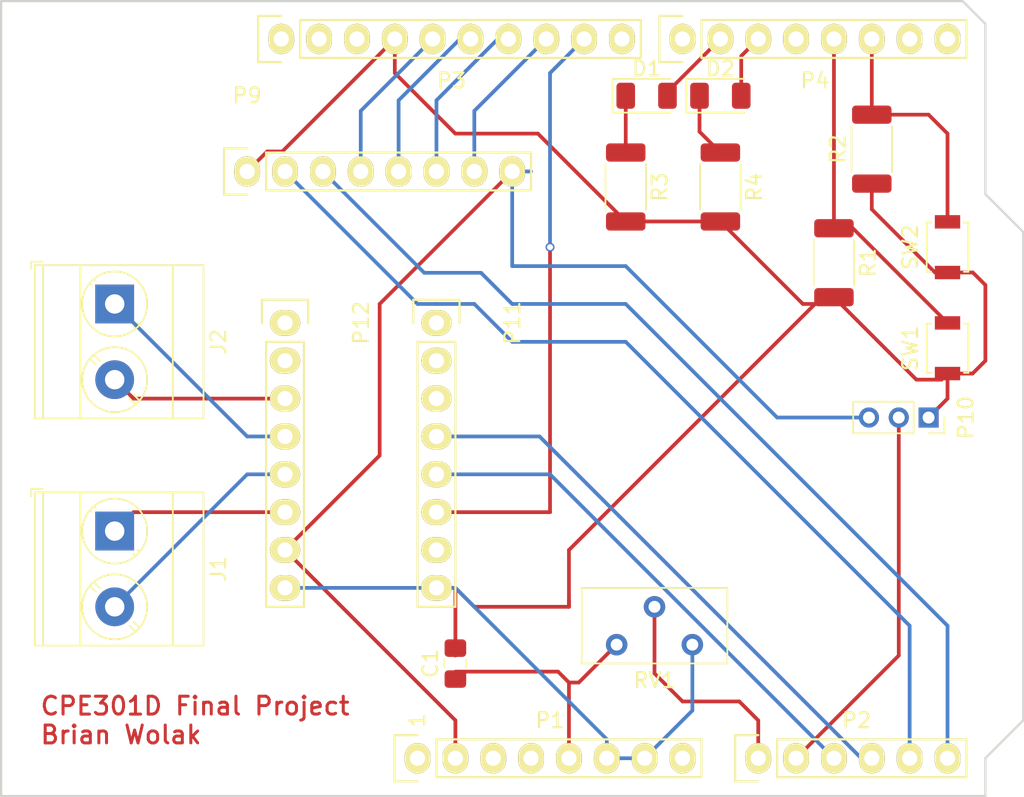
<source format=kicad_pcb>
(kicad_pcb (version 20171130) (host pcbnew "(5.1.9)-1")

  (general
    (thickness 1.6)
    (drawings 11)
    (tracks 125)
    (zones 0)
    (modules 20)
    (nets 43)
  )

  (page A4)
  (title_block
    (title "CPE301D FINAL PROJECT")
    (date "May 5th 2021")
    (company "Brian Wolak")
  )

  (layers
    (0 F.Cu signal)
    (31 B.Cu signal)
    (32 B.Adhes user)
    (33 F.Adhes user)
    (34 B.Paste user)
    (35 F.Paste user)
    (36 B.SilkS user)
    (37 F.SilkS user)
    (38 B.Mask user)
    (39 F.Mask user)
    (40 Dwgs.User user)
    (41 Cmts.User user)
    (42 Eco1.User user)
    (43 Eco2.User user)
    (44 Edge.Cuts user)
    (45 Margin user)
    (46 B.CrtYd user)
    (47 F.CrtYd user)
    (48 B.Fab user)
    (49 F.Fab user)
  )

  (setup
    (last_trace_width 0.25)
    (trace_clearance 0.2)
    (zone_clearance 0.508)
    (zone_45_only no)
    (trace_min 0.2)
    (via_size 0.6)
    (via_drill 0.4)
    (via_min_size 0.4)
    (via_min_drill 0.3)
    (uvia_size 0.3)
    (uvia_drill 0.1)
    (uvias_allowed no)
    (uvia_min_size 0.2)
    (uvia_min_drill 0.1)
    (edge_width 0.15)
    (segment_width 0.15)
    (pcb_text_width 0.3)
    (pcb_text_size 1.5 1.5)
    (mod_edge_width 0.15)
    (mod_text_size 1 1)
    (mod_text_width 0.15)
    (pad_size 4.064 4.064)
    (pad_drill 3.048)
    (pad_to_mask_clearance 0)
    (aux_axis_origin 110.998 126.365)
    (grid_origin 110.998 126.365)
    (visible_elements 7FFFFFFF)
    (pcbplotparams
      (layerselection 0x01030_ffffffff)
      (usegerberextensions false)
      (usegerberattributes true)
      (usegerberadvancedattributes true)
      (creategerberjobfile true)
      (excludeedgelayer true)
      (linewidth 0.100000)
      (plotframeref false)
      (viasonmask false)
      (mode 1)
      (useauxorigin false)
      (hpglpennumber 1)
      (hpglpenspeed 20)
      (hpglpendiameter 15.000000)
      (psnegative false)
      (psa4output false)
      (plotreference true)
      (plotvalue true)
      (plotinvisibletext false)
      (padsonsilk false)
      (subtractmaskfromsilk false)
      (outputformat 1)
      (mirror false)
      (drillshape 0)
      (scaleselection 1)
      (outputdirectory ""))
  )

  (net 0 "")
  (net 1 /Reset)
  (net 2 +5V)
  (net 3 GND)
  (net 4 /Vin)
  (net 5 /AREF)
  (net 6 "Net-(P1-Pad1)")
  (net 7 +3V3)
  (net 8 /PD6)
  (net 9 "Net-(D1-Pad1)")
  (net 10 /PD5)
  (net 11 "Net-(D2-Pad1)")
  (net 12 "Net-(J1-Pad2)")
  (net 13 "Net-(J1-Pad1)")
  (net 14 /Vcc)
  (net 15 /PC0)
  (net 16 /PC1)
  (net 17 /PC2)
  (net 18 /PC3)
  (net 19 /PC4)
  (net 20 /PC5)
  (net 21 /PB5)
  (net 22 /PB4)
  (net 23 /PB3)
  (net 24 /PB2)
  (net 25 /PB1)
  (net 26 /PB0)
  (net 27 /PD7)
  (net 28 /PD4)
  (net 29 /PD3)
  (net 30 /PD2)
  (net 31 "/PD1(RX)")
  (net 32 "/PD0(TX)")
  (net 33 "Net-(P11-Pad7)")
  (net 34 /PD0)
  (net 35 "Net-(P11-Pad2)")
  (net 36 "Net-(P11-Pad1)")
  (net 37 "Net-(P12-Pad2)")
  (net 38 "Net-(P12-Pad1)")
  (net 39 "/PC5(an)")
  (net 40 "/PC4(an)")
  (net 41 "Net-(J2-Pad2)")
  (net 42 "Net-(J2-Pad1)")

  (net_class Default "This is the default net class."
    (clearance 0.2)
    (trace_width 0.25)
    (via_dia 0.6)
    (via_drill 0.4)
    (uvia_dia 0.3)
    (uvia_drill 0.1)
    (add_net +3V3)
    (add_net +5V)
    (add_net /AREF)
    (add_net /PB0)
    (add_net /PB1)
    (add_net /PB2)
    (add_net /PB3)
    (add_net /PB4)
    (add_net /PB5)
    (add_net /PC0)
    (add_net /PC1)
    (add_net /PC2)
    (add_net /PC3)
    (add_net /PC4)
    (add_net "/PC4(an)")
    (add_net /PC5)
    (add_net "/PC5(an)")
    (add_net /PD0)
    (add_net "/PD0(TX)")
    (add_net "/PD1(RX)")
    (add_net /PD2)
    (add_net /PD3)
    (add_net /PD4)
    (add_net /PD5)
    (add_net /PD6)
    (add_net /PD7)
    (add_net /Reset)
    (add_net /Vcc)
    (add_net /Vin)
    (add_net GND)
    (add_net "Net-(D1-Pad1)")
    (add_net "Net-(D2-Pad1)")
    (add_net "Net-(J1-Pad1)")
    (add_net "Net-(J1-Pad2)")
    (add_net "Net-(J2-Pad1)")
    (add_net "Net-(J2-Pad2)")
    (add_net "Net-(P1-Pad1)")
    (add_net "Net-(P11-Pad1)")
    (add_net "Net-(P11-Pad2)")
    (add_net "Net-(P11-Pad7)")
    (add_net "Net-(P12-Pad1)")
    (add_net "Net-(P12-Pad2)")
  )

  (module Potentiometer_THT:Potentiometer_Bourns_3296Y_Vertical (layer F.Cu) (tedit 5A3D4994) (tstamp 609426F6)
    (at 152.298 116.205 180)
    (descr "Potentiometer, vertical, Bourns 3296Y, https://www.bourns.com/pdfs/3296.pdf")
    (tags "Potentiometer vertical Bourns 3296Y")
    (path /60974B4E)
    (fp_text reference RV1 (at -2.54 -2.39) (layer F.SilkS)
      (effects (font (size 1 1) (thickness 0.15)))
    )
    (fp_text value 10K (at -2.54 4.94) (layer F.Fab)
      (effects (font (size 1 1) (thickness 0.15)))
    )
    (fp_line (start 2.5 -1.4) (end -7.6 -1.4) (layer F.CrtYd) (width 0.05))
    (fp_line (start 2.5 3.95) (end 2.5 -1.4) (layer F.CrtYd) (width 0.05))
    (fp_line (start -7.6 3.95) (end 2.5 3.95) (layer F.CrtYd) (width 0.05))
    (fp_line (start -7.6 -1.4) (end -7.6 3.95) (layer F.CrtYd) (width 0.05))
    (fp_line (start 2.345 -1.26) (end 2.345 3.81) (layer F.SilkS) (width 0.12))
    (fp_line (start -7.425 -1.26) (end -7.425 3.81) (layer F.SilkS) (width 0.12))
    (fp_line (start -7.425 3.81) (end 2.345 3.81) (layer F.SilkS) (width 0.12))
    (fp_line (start -7.425 -1.26) (end 2.345 -1.26) (layer F.SilkS) (width 0.12))
    (fp_line (start 0.955 3.505) (end 0.956 1.336) (layer F.Fab) (width 0.1))
    (fp_line (start 0.955 3.505) (end 0.956 1.336) (layer F.Fab) (width 0.1))
    (fp_line (start 2.225 -1.14) (end -7.305 -1.14) (layer F.Fab) (width 0.1))
    (fp_line (start 2.225 3.69) (end 2.225 -1.14) (layer F.Fab) (width 0.1))
    (fp_line (start -7.305 3.69) (end 2.225 3.69) (layer F.Fab) (width 0.1))
    (fp_line (start -7.305 -1.14) (end -7.305 3.69) (layer F.Fab) (width 0.1))
    (fp_circle (center 0.955 2.42) (end 2.05 2.42) (layer F.Fab) (width 0.1))
    (fp_text user %R (at -3.175 1.275) (layer F.Fab)
      (effects (font (size 1 1) (thickness 0.15)))
    )
    (pad 3 thru_hole circle (at -5.08 0 180) (size 1.44 1.44) (drill 0.8) (layers *.Cu *.Mask)
      (net 3 GND))
    (pad 2 thru_hole circle (at -2.54 2.54 180) (size 1.44 1.44) (drill 0.8) (layers *.Cu *.Mask)
      (net 15 /PC0))
    (pad 1 thru_hole circle (at 0 0 180) (size 1.44 1.44) (drill 0.8) (layers *.Cu *.Mask)
      (net 2 +5V))
    (model ${KISYS3DMOD}/Potentiometer_THT.3dshapes/Potentiometer_Bourns_3296Y_Vertical.wrl
      (at (xyz 0 0 0))
      (scale (xyz 1 1 1))
      (rotate (xyz 0 0 0))
    )
  )

  (module Capacitor_SMD:C_0805_2012Metric_Pad1.18x1.45mm_HandSolder (layer F.Cu) (tedit 5F68FEEF) (tstamp 609424E1)
    (at 141.478 117.475 90)
    (descr "Capacitor SMD 0805 (2012 Metric), square (rectangular) end terminal, IPC_7351 nominal with elongated pad for handsoldering. (Body size source: IPC-SM-782 page 76, https://www.pcb-3d.com/wordpress/wp-content/uploads/ipc-sm-782a_amendment_1_and_2.pdf, https://docs.google.com/spreadsheets/d/1BsfQQcO9C6DZCsRaXUlFlo91Tg2WpOkGARC1WS5S8t0/edit?usp=sharing), generated with kicad-footprint-generator")
    (tags "capacitor handsolder")
    (path /6097B77A)
    (attr smd)
    (fp_text reference C1 (at 0 -1.68 90) (layer F.SilkS)
      (effects (font (size 1 1) (thickness 0.15)))
    )
    (fp_text value 0.1uF (at 0 1.68 90) (layer F.Fab)
      (effects (font (size 1 1) (thickness 0.15)))
    )
    (fp_line (start 1.88 0.98) (end -1.88 0.98) (layer F.CrtYd) (width 0.05))
    (fp_line (start 1.88 -0.98) (end 1.88 0.98) (layer F.CrtYd) (width 0.05))
    (fp_line (start -1.88 -0.98) (end 1.88 -0.98) (layer F.CrtYd) (width 0.05))
    (fp_line (start -1.88 0.98) (end -1.88 -0.98) (layer F.CrtYd) (width 0.05))
    (fp_line (start -0.261252 0.735) (end 0.261252 0.735) (layer F.SilkS) (width 0.12))
    (fp_line (start -0.261252 -0.735) (end 0.261252 -0.735) (layer F.SilkS) (width 0.12))
    (fp_line (start 1 0.625) (end -1 0.625) (layer F.Fab) (width 0.1))
    (fp_line (start 1 -0.625) (end 1 0.625) (layer F.Fab) (width 0.1))
    (fp_line (start -1 -0.625) (end 1 -0.625) (layer F.Fab) (width 0.1))
    (fp_line (start -1 0.625) (end -1 -0.625) (layer F.Fab) (width 0.1))
    (fp_text user %R (at 0 0 90) (layer F.Fab)
      (effects (font (size 0.5 0.5) (thickness 0.08)))
    )
    (pad 2 smd roundrect (at 1.0375 0 90) (size 1.175 1.45) (layers F.Cu F.Paste F.Mask) (roundrect_rratio 0.2127659574468085)
      (net 3 GND))
    (pad 1 smd roundrect (at -1.0375 0 90) (size 1.175 1.45) (layers F.Cu F.Paste F.Mask) (roundrect_rratio 0.2127659574468085)
      (net 2 +5V))
    (model ${KISYS3DMOD}/Capacitor_SMD.3dshapes/C_0805_2012Metric.wrl
      (at (xyz 0 0 0))
      (scale (xyz 1 1 1))
      (rotate (xyz 0 0 0))
    )
  )

  (module TerminalBlock_Phoenix:TerminalBlock_Phoenix_MKDS-3-2-5.08_1x02_P5.08mm_Horizontal (layer F.Cu) (tedit 5B294F11) (tstamp 60948646)
    (at 118.618 93.345 270)
    (descr "Terminal Block Phoenix MKDS-3-2-5.08, 2 pins, pitch 5.08mm, size 10.2x11.2mm^2, drill diamater 1.3mm, pad diameter 2.6mm, see http://www.farnell.com/datasheets/2138224.pdf, script-generated using https://github.com/pointhi/kicad-footprint-generator/scripts/TerminalBlock_Phoenix")
    (tags "THT Terminal Block Phoenix MKDS-3-2-5.08 pitch 5.08mm size 10.2x11.2mm^2 drill 1.3mm pad 2.6mm")
    (path /60A2F114)
    (fp_text reference J2 (at 2.54 -6.96 90) (layer F.SilkS)
      (effects (font (size 1 1) (thickness 0.15)))
    )
    (fp_text value Screw_Terminal_01x02 (at 2.54 6.36 90) (layer F.Fab)
      (effects (font (size 1 1) (thickness 0.15)))
    )
    (fp_line (start 8.13 -6.4) (end -3.04 -6.4) (layer F.CrtYd) (width 0.05))
    (fp_line (start 8.13 5.8) (end 8.13 -6.4) (layer F.CrtYd) (width 0.05))
    (fp_line (start -3.04 5.8) (end 8.13 5.8) (layer F.CrtYd) (width 0.05))
    (fp_line (start -3.04 -6.4) (end -3.04 5.8) (layer F.CrtYd) (width 0.05))
    (fp_line (start -2.84 5.6) (end -2.34 5.6) (layer F.SilkS) (width 0.12))
    (fp_line (start -2.84 4.86) (end -2.84 5.6) (layer F.SilkS) (width 0.12))
    (fp_line (start 3.822 0.992) (end 3.427 1.388) (layer F.SilkS) (width 0.12))
    (fp_line (start 6.468 -1.654) (end 6.088 -1.274) (layer F.SilkS) (width 0.12))
    (fp_line (start 4.073 1.274) (end 3.693 1.654) (layer F.SilkS) (width 0.12))
    (fp_line (start 6.734 -1.388) (end 6.339 -0.992) (layer F.SilkS) (width 0.12))
    (fp_line (start 6.353 -1.517) (end 3.564 1.273) (layer F.Fab) (width 0.1))
    (fp_line (start 6.597 -1.273) (end 3.808 1.517) (layer F.Fab) (width 0.1))
    (fp_line (start -1.548 1.281) (end -1.654 1.388) (layer F.SilkS) (width 0.12))
    (fp_line (start 1.388 -1.654) (end 1.281 -1.547) (layer F.SilkS) (width 0.12))
    (fp_line (start -1.282 1.547) (end -1.388 1.654) (layer F.SilkS) (width 0.12))
    (fp_line (start 1.654 -1.388) (end 1.547 -1.281) (layer F.SilkS) (width 0.12))
    (fp_line (start 1.273 -1.517) (end -1.517 1.273) (layer F.Fab) (width 0.1))
    (fp_line (start 1.517 -1.273) (end -1.273 1.517) (layer F.Fab) (width 0.1))
    (fp_line (start 7.68 -5.96) (end 7.68 5.36) (layer F.SilkS) (width 0.12))
    (fp_line (start -2.6 -5.96) (end -2.6 5.36) (layer F.SilkS) (width 0.12))
    (fp_line (start -2.6 5.36) (end 7.68 5.36) (layer F.SilkS) (width 0.12))
    (fp_line (start -2.6 -5.96) (end 7.68 -5.96) (layer F.SilkS) (width 0.12))
    (fp_line (start -2.6 -3.9) (end 7.68 -3.9) (layer F.SilkS) (width 0.12))
    (fp_line (start -2.54 -3.9) (end 7.62 -3.9) (layer F.Fab) (width 0.1))
    (fp_line (start -2.6 2.3) (end 7.68 2.3) (layer F.SilkS) (width 0.12))
    (fp_line (start -2.54 2.3) (end 7.62 2.3) (layer F.Fab) (width 0.1))
    (fp_line (start -2.6 4.8) (end 7.68 4.8) (layer F.SilkS) (width 0.12))
    (fp_line (start -2.54 4.8) (end 7.62 4.8) (layer F.Fab) (width 0.1))
    (fp_line (start -2.54 4.8) (end -2.54 -5.9) (layer F.Fab) (width 0.1))
    (fp_line (start -2.04 5.3) (end -2.54 4.8) (layer F.Fab) (width 0.1))
    (fp_line (start 7.62 5.3) (end -2.04 5.3) (layer F.Fab) (width 0.1))
    (fp_line (start 7.62 -5.9) (end 7.62 5.3) (layer F.Fab) (width 0.1))
    (fp_line (start -2.54 -5.9) (end 7.62 -5.9) (layer F.Fab) (width 0.1))
    (fp_circle (center 5.08 0) (end 7.26 0) (layer F.SilkS) (width 0.12))
    (fp_circle (center 5.08 0) (end 7.08 0) (layer F.Fab) (width 0.1))
    (fp_circle (center 0 0) (end 2.18 0) (layer F.SilkS) (width 0.12))
    (fp_circle (center 0 0) (end 2 0) (layer F.Fab) (width 0.1))
    (fp_text user %R (at 2.54 3.1 90) (layer F.Fab)
      (effects (font (size 1 1) (thickness 0.15)))
    )
    (pad 2 thru_hole circle (at 5.08 0 270) (size 2.6 2.6) (drill 1.3) (layers *.Cu *.Mask)
      (net 41 "Net-(J2-Pad2)"))
    (pad 1 thru_hole rect (at 0 0 270) (size 2.6 2.6) (drill 1.3) (layers *.Cu *.Mask)
      (net 42 "Net-(J2-Pad1)"))
    (model ${KISYS3DMOD}/TerminalBlock_Phoenix.3dshapes/TerminalBlock_Phoenix_MKDS-3-2-5.08_1x02_P5.08mm_Horizontal.wrl
      (at (xyz 0 0 0))
      (scale (xyz 1 1 1))
      (rotate (xyz 0 0 0))
    )
  )

  (module TerminalBlock_Phoenix:TerminalBlock_Phoenix_MKDS-3-2-5.08_1x02_P5.08mm_Horizontal (layer F.Cu) (tedit 5B294F11) (tstamp 6094861A)
    (at 118.618 108.585 270)
    (descr "Terminal Block Phoenix MKDS-3-2-5.08, 2 pins, pitch 5.08mm, size 10.2x11.2mm^2, drill diamater 1.3mm, pad diameter 2.6mm, see http://www.farnell.com/datasheets/2138224.pdf, script-generated using https://github.com/pointhi/kicad-footprint-generator/scripts/TerminalBlock_Phoenix")
    (tags "THT Terminal Block Phoenix MKDS-3-2-5.08 pitch 5.08mm size 10.2x11.2mm^2 drill 1.3mm pad 2.6mm")
    (path /60A2ECC8)
    (fp_text reference J1 (at 2.54 -6.96 90) (layer F.SilkS)
      (effects (font (size 1 1) (thickness 0.15)))
    )
    (fp_text value Screw_Terminal_01x02 (at 2.54 6.36 90) (layer F.Fab)
      (effects (font (size 1 1) (thickness 0.15)))
    )
    (fp_line (start 8.13 -6.4) (end -3.04 -6.4) (layer F.CrtYd) (width 0.05))
    (fp_line (start 8.13 5.8) (end 8.13 -6.4) (layer F.CrtYd) (width 0.05))
    (fp_line (start -3.04 5.8) (end 8.13 5.8) (layer F.CrtYd) (width 0.05))
    (fp_line (start -3.04 -6.4) (end -3.04 5.8) (layer F.CrtYd) (width 0.05))
    (fp_line (start -2.84 5.6) (end -2.34 5.6) (layer F.SilkS) (width 0.12))
    (fp_line (start -2.84 4.86) (end -2.84 5.6) (layer F.SilkS) (width 0.12))
    (fp_line (start 3.822 0.992) (end 3.427 1.388) (layer F.SilkS) (width 0.12))
    (fp_line (start 6.468 -1.654) (end 6.088 -1.274) (layer F.SilkS) (width 0.12))
    (fp_line (start 4.073 1.274) (end 3.693 1.654) (layer F.SilkS) (width 0.12))
    (fp_line (start 6.734 -1.388) (end 6.339 -0.992) (layer F.SilkS) (width 0.12))
    (fp_line (start 6.353 -1.517) (end 3.564 1.273) (layer F.Fab) (width 0.1))
    (fp_line (start 6.597 -1.273) (end 3.808 1.517) (layer F.Fab) (width 0.1))
    (fp_line (start -1.548 1.281) (end -1.654 1.388) (layer F.SilkS) (width 0.12))
    (fp_line (start 1.388 -1.654) (end 1.281 -1.547) (layer F.SilkS) (width 0.12))
    (fp_line (start -1.282 1.547) (end -1.388 1.654) (layer F.SilkS) (width 0.12))
    (fp_line (start 1.654 -1.388) (end 1.547 -1.281) (layer F.SilkS) (width 0.12))
    (fp_line (start 1.273 -1.517) (end -1.517 1.273) (layer F.Fab) (width 0.1))
    (fp_line (start 1.517 -1.273) (end -1.273 1.517) (layer F.Fab) (width 0.1))
    (fp_line (start 7.68 -5.96) (end 7.68 5.36) (layer F.SilkS) (width 0.12))
    (fp_line (start -2.6 -5.96) (end -2.6 5.36) (layer F.SilkS) (width 0.12))
    (fp_line (start -2.6 5.36) (end 7.68 5.36) (layer F.SilkS) (width 0.12))
    (fp_line (start -2.6 -5.96) (end 7.68 -5.96) (layer F.SilkS) (width 0.12))
    (fp_line (start -2.6 -3.9) (end 7.68 -3.9) (layer F.SilkS) (width 0.12))
    (fp_line (start -2.54 -3.9) (end 7.62 -3.9) (layer F.Fab) (width 0.1))
    (fp_line (start -2.6 2.3) (end 7.68 2.3) (layer F.SilkS) (width 0.12))
    (fp_line (start -2.54 2.3) (end 7.62 2.3) (layer F.Fab) (width 0.1))
    (fp_line (start -2.6 4.8) (end 7.68 4.8) (layer F.SilkS) (width 0.12))
    (fp_line (start -2.54 4.8) (end 7.62 4.8) (layer F.Fab) (width 0.1))
    (fp_line (start -2.54 4.8) (end -2.54 -5.9) (layer F.Fab) (width 0.1))
    (fp_line (start -2.04 5.3) (end -2.54 4.8) (layer F.Fab) (width 0.1))
    (fp_line (start 7.62 5.3) (end -2.04 5.3) (layer F.Fab) (width 0.1))
    (fp_line (start 7.62 -5.9) (end 7.62 5.3) (layer F.Fab) (width 0.1))
    (fp_line (start -2.54 -5.9) (end 7.62 -5.9) (layer F.Fab) (width 0.1))
    (fp_circle (center 5.08 0) (end 7.26 0) (layer F.SilkS) (width 0.12))
    (fp_circle (center 5.08 0) (end 7.08 0) (layer F.Fab) (width 0.1))
    (fp_circle (center 0 0) (end 2.18 0) (layer F.SilkS) (width 0.12))
    (fp_circle (center 0 0) (end 2 0) (layer F.Fab) (width 0.1))
    (fp_text user %R (at 2.54 3.1 90) (layer F.Fab)
      (effects (font (size 1 1) (thickness 0.15)))
    )
    (pad 2 thru_hole circle (at 5.08 0 270) (size 2.6 2.6) (drill 1.3) (layers *.Cu *.Mask)
      (net 12 "Net-(J1-Pad2)"))
    (pad 1 thru_hole rect (at 0 0 270) (size 2.6 2.6) (drill 1.3) (layers *.Cu *.Mask)
      (net 13 "Net-(J1-Pad1)"))
    (model ${KISYS3DMOD}/TerminalBlock_Phoenix.3dshapes/TerminalBlock_Phoenix_MKDS-3-2-5.08_1x02_P5.08mm_Horizontal.wrl
      (at (xyz 0 0 0))
      (scale (xyz 1 1 1))
      (rotate (xyz 0 0 0))
    )
  )

  (module Socket_Arduino_Uno:Socket_Strip_Arduino_1x08 (layer F.Cu) (tedit 551AF8B3) (tstamp 6094264E)
    (at 127.508 84.455)
    (descr "Through hole socket strip")
    (tags "socket strip")
    (path /60955C31)
    (fp_text reference P9 (at 0 -5.1) (layer F.SilkS)
      (effects (font (size 1 1) (thickness 0.15)))
    )
    (fp_text value "SPI / i2C" (at 0 -3.1) (layer F.Fab)
      (effects (font (size 1 1) (thickness 0.15)))
    )
    (fp_line (start -1.55 -1.55) (end -1.55 1.55) (layer F.SilkS) (width 0.15))
    (fp_line (start 0 -1.55) (end -1.55 -1.55) (layer F.SilkS) (width 0.15))
    (fp_line (start 1.27 1.27) (end 1.27 -1.27) (layer F.SilkS) (width 0.15))
    (fp_line (start -1.55 1.55) (end 0 1.55) (layer F.SilkS) (width 0.15))
    (fp_line (start 19.05 -1.27) (end 1.27 -1.27) (layer F.SilkS) (width 0.15))
    (fp_line (start 19.05 1.27) (end 19.05 -1.27) (layer F.SilkS) (width 0.15))
    (fp_line (start 1.27 1.27) (end 19.05 1.27) (layer F.SilkS) (width 0.15))
    (fp_line (start -1.75 1.75) (end 19.55 1.75) (layer F.CrtYd) (width 0.05))
    (fp_line (start -1.75 -1.75) (end 19.55 -1.75) (layer F.CrtYd) (width 0.05))
    (fp_line (start 19.55 -1.75) (end 19.55 1.75) (layer F.CrtYd) (width 0.05))
    (fp_line (start -1.75 -1.75) (end -1.75 1.75) (layer F.CrtYd) (width 0.05))
    (pad 8 thru_hole oval (at 17.78 0) (size 1.7272 2.032) (drill 1.016) (layers *.Cu *.Mask F.SilkS)
      (net 14 /Vcc))
    (pad 7 thru_hole oval (at 15.24 0) (size 1.7272 2.032) (drill 1.016) (layers *.Cu *.Mask F.SilkS)
      (net 24 /PB2))
    (pad 6 thru_hole oval (at 12.7 0) (size 1.7272 2.032) (drill 1.016) (layers *.Cu *.Mask F.SilkS)
      (net 23 /PB3))
    (pad 5 thru_hole oval (at 10.16 0) (size 1.7272 2.032) (drill 1.016) (layers *.Cu *.Mask F.SilkS)
      (net 22 /PB4))
    (pad 4 thru_hole oval (at 7.62 0) (size 1.7272 2.032) (drill 1.016) (layers *.Cu *.Mask F.SilkS)
      (net 21 /PB5))
    (pad 3 thru_hole oval (at 5.08 0) (size 1.7272 2.032) (drill 1.016) (layers *.Cu *.Mask F.SilkS)
      (net 20 /PC5))
    (pad 2 thru_hole oval (at 2.54 0) (size 1.7272 2.032) (drill 1.016) (layers *.Cu *.Mask F.SilkS)
      (net 19 /PC4))
    (pad 1 thru_hole oval (at 0 0) (size 1.7272 2.032) (drill 1.016) (layers *.Cu *.Mask F.SilkS)
      (net 3 GND))
    (model ${KIPRJMOD}/Socket_Arduino_Uno.3dshapes/Socket_header_Arduino_1x08.wrl
      (offset (xyz 8.889999866485596 0 0))
      (scale (xyz 1 1 1))
      (rotate (xyz 0 0 180))
    )
  )

  (module Button_Switch_SMD:SW_SPST_B3U-1000P (layer F.Cu) (tedit 5A02FC95) (tstamp 60942722)
    (at 174.498 89.535 90)
    (descr "Ultra-small-sized Tactile Switch with High Contact Reliability, Top-actuated Model, without Ground Terminal, without Boss")
    (tags "Tactile Switch")
    (path /6094CB40)
    (attr smd)
    (fp_text reference SW2 (at 0 -2.5 90) (layer F.SilkS)
      (effects (font (size 1 1) (thickness 0.15)))
    )
    (fp_text value SW_Push (at 0 2.5 90) (layer F.Fab)
      (effects (font (size 1 1) (thickness 0.15)))
    )
    (fp_circle (center 0 0) (end 0.75 0) (layer F.Fab) (width 0.1))
    (fp_line (start -1.5 1.25) (end -1.5 -1.25) (layer F.Fab) (width 0.1))
    (fp_line (start 1.5 1.25) (end -1.5 1.25) (layer F.Fab) (width 0.1))
    (fp_line (start 1.5 -1.25) (end 1.5 1.25) (layer F.Fab) (width 0.1))
    (fp_line (start -1.5 -1.25) (end 1.5 -1.25) (layer F.Fab) (width 0.1))
    (fp_line (start 1.65 -1.4) (end 1.65 -1.1) (layer F.SilkS) (width 0.12))
    (fp_line (start -1.65 -1.4) (end 1.65 -1.4) (layer F.SilkS) (width 0.12))
    (fp_line (start -1.65 -1.1) (end -1.65 -1.4) (layer F.SilkS) (width 0.12))
    (fp_line (start 1.65 1.4) (end 1.65 1.1) (layer F.SilkS) (width 0.12))
    (fp_line (start -1.65 1.4) (end 1.65 1.4) (layer F.SilkS) (width 0.12))
    (fp_line (start -1.65 1.1) (end -1.65 1.4) (layer F.SilkS) (width 0.12))
    (fp_line (start -2.4 -1.65) (end -2.4 1.65) (layer F.CrtYd) (width 0.05))
    (fp_line (start 2.4 -1.65) (end -2.4 -1.65) (layer F.CrtYd) (width 0.05))
    (fp_line (start 2.4 1.65) (end 2.4 -1.65) (layer F.CrtYd) (width 0.05))
    (fp_line (start -2.4 1.65) (end 2.4 1.65) (layer F.CrtYd) (width 0.05))
    (fp_text user %R (at 0 -2.5 90) (layer F.Fab)
      (effects (font (size 1 1) (thickness 0.15)))
    )
    (pad 2 smd rect (at 1.7 0 90) (size 0.9 1.7) (layers F.Cu F.Paste F.Mask)
      (net 30 /PD2))
    (pad 1 smd rect (at -1.7 0 90) (size 0.9 1.7) (layers F.Cu F.Paste F.Mask)
      (net 3 GND))
    (model ${KISYS3DMOD}/Button_Switch_SMD.3dshapes/SW_SPST_B3U-1000P.wrl
      (at (xyz 0 0 0))
      (scale (xyz 1 1 1))
      (rotate (xyz 0 0 0))
    )
  )

  (module Button_Switch_SMD:SW_SPST_B3U-1000P (layer F.Cu) (tedit 5A02FC95) (tstamp 6094270C)
    (at 174.498 96.315 90)
    (descr "Ultra-small-sized Tactile Switch with High Contact Reliability, Top-actuated Model, without Ground Terminal, without Boss")
    (tags "Tactile Switch")
    (path /6094B6F4)
    (attr smd)
    (fp_text reference SW1 (at 0 -2.5 90) (layer F.SilkS)
      (effects (font (size 1 1) (thickness 0.15)))
    )
    (fp_text value SW_Push (at 0 2.5 90) (layer F.Fab)
      (effects (font (size 1 1) (thickness 0.15)))
    )
    (fp_circle (center 0 0) (end 0.75 0) (layer F.Fab) (width 0.1))
    (fp_line (start -1.5 1.25) (end -1.5 -1.25) (layer F.Fab) (width 0.1))
    (fp_line (start 1.5 1.25) (end -1.5 1.25) (layer F.Fab) (width 0.1))
    (fp_line (start 1.5 -1.25) (end 1.5 1.25) (layer F.Fab) (width 0.1))
    (fp_line (start -1.5 -1.25) (end 1.5 -1.25) (layer F.Fab) (width 0.1))
    (fp_line (start 1.65 -1.4) (end 1.65 -1.1) (layer F.SilkS) (width 0.12))
    (fp_line (start -1.65 -1.4) (end 1.65 -1.4) (layer F.SilkS) (width 0.12))
    (fp_line (start -1.65 -1.1) (end -1.65 -1.4) (layer F.SilkS) (width 0.12))
    (fp_line (start 1.65 1.4) (end 1.65 1.1) (layer F.SilkS) (width 0.12))
    (fp_line (start -1.65 1.4) (end 1.65 1.4) (layer F.SilkS) (width 0.12))
    (fp_line (start -1.65 1.1) (end -1.65 1.4) (layer F.SilkS) (width 0.12))
    (fp_line (start -2.4 -1.65) (end -2.4 1.65) (layer F.CrtYd) (width 0.05))
    (fp_line (start 2.4 -1.65) (end -2.4 -1.65) (layer F.CrtYd) (width 0.05))
    (fp_line (start 2.4 1.65) (end 2.4 -1.65) (layer F.CrtYd) (width 0.05))
    (fp_line (start -2.4 1.65) (end 2.4 1.65) (layer F.CrtYd) (width 0.05))
    (fp_text user %R (at 0 -2.5 90) (layer F.Fab)
      (effects (font (size 1 1) (thickness 0.15)))
    )
    (pad 2 smd rect (at 1.7 0 90) (size 0.9 1.7) (layers F.Cu F.Paste F.Mask)
      (net 29 /PD3))
    (pad 1 smd rect (at -1.7 0 90) (size 0.9 1.7) (layers F.Cu F.Paste F.Mask)
      (net 3 GND))
    (model ${KISYS3DMOD}/Button_Switch_SMD.3dshapes/SW_SPST_B3U-1000P.wrl
      (at (xyz 0 0 0))
      (scale (xyz 1 1 1))
      (rotate (xyz 0 0 0))
    )
  )

  (module Resistor_SMD:R_2010_5025Metric (layer F.Cu) (tedit 5F68FEEE) (tstamp 609426D7)
    (at 159.258 85.4975 270)
    (descr "Resistor SMD 2010 (5025 Metric), square (rectangular) end terminal, IPC_7351 nominal, (Body size source: IPC-SM-782 page 72, https://www.pcb-3d.com/wordpress/wp-content/uploads/ipc-sm-782a_amendment_1_and_2.pdf), generated with kicad-footprint-generator")
    (tags resistor)
    (path /60942C71)
    (attr smd)
    (fp_text reference R4 (at 0 -2.28 90) (layer F.SilkS)
      (effects (font (size 1 1) (thickness 0.15)))
    )
    (fp_text value 200 (at 0 2.28 90) (layer F.Fab)
      (effects (font (size 1 1) (thickness 0.15)))
    )
    (fp_line (start 3.18 1.58) (end -3.18 1.58) (layer F.CrtYd) (width 0.05))
    (fp_line (start 3.18 -1.58) (end 3.18 1.58) (layer F.CrtYd) (width 0.05))
    (fp_line (start -3.18 -1.58) (end 3.18 -1.58) (layer F.CrtYd) (width 0.05))
    (fp_line (start -3.18 1.58) (end -3.18 -1.58) (layer F.CrtYd) (width 0.05))
    (fp_line (start -1.527064 1.36) (end 1.527064 1.36) (layer F.SilkS) (width 0.12))
    (fp_line (start -1.527064 -1.36) (end 1.527064 -1.36) (layer F.SilkS) (width 0.12))
    (fp_line (start 2.5 1.25) (end -2.5 1.25) (layer F.Fab) (width 0.1))
    (fp_line (start 2.5 -1.25) (end 2.5 1.25) (layer F.Fab) (width 0.1))
    (fp_line (start -2.5 -1.25) (end 2.5 -1.25) (layer F.Fab) (width 0.1))
    (fp_line (start -2.5 1.25) (end -2.5 -1.25) (layer F.Fab) (width 0.1))
    (fp_text user %R (at 0 0 90) (layer F.Fab)
      (effects (font (size 1 1) (thickness 0.15)))
    )
    (pad 2 smd roundrect (at 2.3125 0 270) (size 1.225 2.65) (layers F.Cu F.Paste F.Mask) (roundrect_rratio 0.2040816326530612)
      (net 3 GND))
    (pad 1 smd roundrect (at -2.3125 0 270) (size 1.225 2.65) (layers F.Cu F.Paste F.Mask) (roundrect_rratio 0.2040816326530612)
      (net 11 "Net-(D2-Pad1)"))
    (model ${KISYS3DMOD}/Resistor_SMD.3dshapes/R_2010_5025Metric.wrl
      (at (xyz 0 0 0))
      (scale (xyz 1 1 1))
      (rotate (xyz 0 0 0))
    )
  )

  (module Resistor_SMD:R_2010_5025Metric (layer F.Cu) (tedit 5F68FEEE) (tstamp 609426C6)
    (at 152.908 85.4975 270)
    (descr "Resistor SMD 2010 (5025 Metric), square (rectangular) end terminal, IPC_7351 nominal, (Body size source: IPC-SM-782 page 72, https://www.pcb-3d.com/wordpress/wp-content/uploads/ipc-sm-782a_amendment_1_and_2.pdf), generated with kicad-footprint-generator")
    (tags resistor)
    (path /60941B34)
    (attr smd)
    (fp_text reference R3 (at 0 -2.28 90) (layer F.SilkS)
      (effects (font (size 1 1) (thickness 0.15)))
    )
    (fp_text value 200 (at 0 2.28 90) (layer F.Fab)
      (effects (font (size 1 1) (thickness 0.15)))
    )
    (fp_line (start 3.18 1.58) (end -3.18 1.58) (layer F.CrtYd) (width 0.05))
    (fp_line (start 3.18 -1.58) (end 3.18 1.58) (layer F.CrtYd) (width 0.05))
    (fp_line (start -3.18 -1.58) (end 3.18 -1.58) (layer F.CrtYd) (width 0.05))
    (fp_line (start -3.18 1.58) (end -3.18 -1.58) (layer F.CrtYd) (width 0.05))
    (fp_line (start -1.527064 1.36) (end 1.527064 1.36) (layer F.SilkS) (width 0.12))
    (fp_line (start -1.527064 -1.36) (end 1.527064 -1.36) (layer F.SilkS) (width 0.12))
    (fp_line (start 2.5 1.25) (end -2.5 1.25) (layer F.Fab) (width 0.1))
    (fp_line (start 2.5 -1.25) (end 2.5 1.25) (layer F.Fab) (width 0.1))
    (fp_line (start -2.5 -1.25) (end 2.5 -1.25) (layer F.Fab) (width 0.1))
    (fp_line (start -2.5 1.25) (end -2.5 -1.25) (layer F.Fab) (width 0.1))
    (fp_text user %R (at 0 0 90) (layer F.Fab)
      (effects (font (size 1 1) (thickness 0.15)))
    )
    (pad 2 smd roundrect (at 2.3125 0 270) (size 1.225 2.65) (layers F.Cu F.Paste F.Mask) (roundrect_rratio 0.2040816326530612)
      (net 3 GND))
    (pad 1 smd roundrect (at -2.3125 0 270) (size 1.225 2.65) (layers F.Cu F.Paste F.Mask) (roundrect_rratio 0.2040816326530612)
      (net 9 "Net-(D1-Pad1)"))
    (model ${KISYS3DMOD}/Resistor_SMD.3dshapes/R_2010_5025Metric.wrl
      (at (xyz 0 0 0))
      (scale (xyz 1 1 1))
      (rotate (xyz 0 0 0))
    )
  )

  (module Resistor_SMD:R_2010_5025Metric (layer F.Cu) (tedit 5F68FEEE) (tstamp 609426B5)
    (at 169.418 82.9575 90)
    (descr "Resistor SMD 2010 (5025 Metric), square (rectangular) end terminal, IPC_7351 nominal, (Body size source: IPC-SM-782 page 72, https://www.pcb-3d.com/wordpress/wp-content/uploads/ipc-sm-782a_amendment_1_and_2.pdf), generated with kicad-footprint-generator")
    (tags resistor)
    (path /60953A80)
    (attr smd)
    (fp_text reference R2 (at 0 -2.28 90) (layer F.SilkS)
      (effects (font (size 1 1) (thickness 0.15)))
    )
    (fp_text value 10K (at 0 2.28 90) (layer F.Fab)
      (effects (font (size 1 1) (thickness 0.15)))
    )
    (fp_line (start 3.18 1.58) (end -3.18 1.58) (layer F.CrtYd) (width 0.05))
    (fp_line (start 3.18 -1.58) (end 3.18 1.58) (layer F.CrtYd) (width 0.05))
    (fp_line (start -3.18 -1.58) (end 3.18 -1.58) (layer F.CrtYd) (width 0.05))
    (fp_line (start -3.18 1.58) (end -3.18 -1.58) (layer F.CrtYd) (width 0.05))
    (fp_line (start -1.527064 1.36) (end 1.527064 1.36) (layer F.SilkS) (width 0.12))
    (fp_line (start -1.527064 -1.36) (end 1.527064 -1.36) (layer F.SilkS) (width 0.12))
    (fp_line (start 2.5 1.25) (end -2.5 1.25) (layer F.Fab) (width 0.1))
    (fp_line (start 2.5 -1.25) (end 2.5 1.25) (layer F.Fab) (width 0.1))
    (fp_line (start -2.5 -1.25) (end 2.5 -1.25) (layer F.Fab) (width 0.1))
    (fp_line (start -2.5 1.25) (end -2.5 -1.25) (layer F.Fab) (width 0.1))
    (fp_text user %R (at 0 0 90) (layer F.Fab)
      (effects (font (size 1 1) (thickness 0.15)))
    )
    (pad 2 smd roundrect (at 2.3125 0 90) (size 1.225 2.65) (layers F.Cu F.Paste F.Mask) (roundrect_rratio 0.2040816326530612)
      (net 30 /PD2))
    (pad 1 smd roundrect (at -2.3125 0 90) (size 1.225 2.65) (layers F.Cu F.Paste F.Mask) (roundrect_rratio 0.2040816326530612)
      (net 3 GND))
    (model ${KISYS3DMOD}/Resistor_SMD.3dshapes/R_2010_5025Metric.wrl
      (at (xyz 0 0 0))
      (scale (xyz 1 1 1))
      (rotate (xyz 0 0 0))
    )
  )

  (module Resistor_SMD:R_2010_5025Metric (layer F.Cu) (tedit 5F68FEEE) (tstamp 609426A4)
    (at 166.878 90.5775 270)
    (descr "Resistor SMD 2010 (5025 Metric), square (rectangular) end terminal, IPC_7351 nominal, (Body size source: IPC-SM-782 page 72, https://www.pcb-3d.com/wordpress/wp-content/uploads/ipc-sm-782a_amendment_1_and_2.pdf), generated with kicad-footprint-generator")
    (tags resistor)
    (path /609524BF)
    (attr smd)
    (fp_text reference R1 (at 0 -2.28 90) (layer F.SilkS)
      (effects (font (size 1 1) (thickness 0.15)))
    )
    (fp_text value 10K (at 0 2.28 90) (layer F.Fab)
      (effects (font (size 1 1) (thickness 0.15)))
    )
    (fp_line (start 3.18 1.58) (end -3.18 1.58) (layer F.CrtYd) (width 0.05))
    (fp_line (start 3.18 -1.58) (end 3.18 1.58) (layer F.CrtYd) (width 0.05))
    (fp_line (start -3.18 -1.58) (end 3.18 -1.58) (layer F.CrtYd) (width 0.05))
    (fp_line (start -3.18 1.58) (end -3.18 -1.58) (layer F.CrtYd) (width 0.05))
    (fp_line (start -1.527064 1.36) (end 1.527064 1.36) (layer F.SilkS) (width 0.12))
    (fp_line (start -1.527064 -1.36) (end 1.527064 -1.36) (layer F.SilkS) (width 0.12))
    (fp_line (start 2.5 1.25) (end -2.5 1.25) (layer F.Fab) (width 0.1))
    (fp_line (start 2.5 -1.25) (end 2.5 1.25) (layer F.Fab) (width 0.1))
    (fp_line (start -2.5 -1.25) (end 2.5 -1.25) (layer F.Fab) (width 0.1))
    (fp_line (start -2.5 1.25) (end -2.5 -1.25) (layer F.Fab) (width 0.1))
    (fp_text user %R (at 0 0 90) (layer F.Fab)
      (effects (font (size 1 1) (thickness 0.15)))
    )
    (pad 2 smd roundrect (at 2.3125 0 270) (size 1.225 2.65) (layers F.Cu F.Paste F.Mask) (roundrect_rratio 0.2040816326530612)
      (net 3 GND))
    (pad 1 smd roundrect (at -2.3125 0 270) (size 1.225 2.65) (layers F.Cu F.Paste F.Mask) (roundrect_rratio 0.2040816326530612)
      (net 29 /PD3))
    (model ${KISYS3DMOD}/Resistor_SMD.3dshapes/R_2010_5025Metric.wrl
      (at (xyz 0 0 0))
      (scale (xyz 1 1 1))
      (rotate (xyz 0 0 0))
    )
  )

  (module Socket_Arduino_Uno:Socket_Strip_Arduino_1x08 (layer F.Cu) (tedit 551AF8B3) (tstamp 60942693)
    (at 130.048 94.615 270)
    (descr "Through hole socket strip")
    (tags "socket strip")
    (path /60978488)
    (fp_text reference P12 (at 0 -5.1 90) (layer F.SilkS)
      (effects (font (size 1 1) (thickness 0.15)))
    )
    (fp_text value "Motor Driver Port 2" (at 0 -3.1 90) (layer F.Fab)
      (effects (font (size 1 1) (thickness 0.15)))
    )
    (fp_line (start -1.55 -1.55) (end -1.55 1.55) (layer F.SilkS) (width 0.15))
    (fp_line (start 0 -1.55) (end -1.55 -1.55) (layer F.SilkS) (width 0.15))
    (fp_line (start 1.27 1.27) (end 1.27 -1.27) (layer F.SilkS) (width 0.15))
    (fp_line (start -1.55 1.55) (end 0 1.55) (layer F.SilkS) (width 0.15))
    (fp_line (start 19.05 -1.27) (end 1.27 -1.27) (layer F.SilkS) (width 0.15))
    (fp_line (start 19.05 1.27) (end 19.05 -1.27) (layer F.SilkS) (width 0.15))
    (fp_line (start 1.27 1.27) (end 19.05 1.27) (layer F.SilkS) (width 0.15))
    (fp_line (start -1.75 1.75) (end 19.55 1.75) (layer F.CrtYd) (width 0.05))
    (fp_line (start -1.75 -1.75) (end 19.55 -1.75) (layer F.CrtYd) (width 0.05))
    (fp_line (start 19.55 -1.75) (end 19.55 1.75) (layer F.CrtYd) (width 0.05))
    (fp_line (start -1.75 -1.75) (end -1.75 1.75) (layer F.CrtYd) (width 0.05))
    (pad 8 thru_hole oval (at 17.78 0 270) (size 1.7272 2.032) (drill 1.016) (layers *.Cu *.Mask F.SilkS)
      (net 3 GND))
    (pad 7 thru_hole oval (at 15.24 0 270) (size 1.7272 2.032) (drill 1.016) (layers *.Cu *.Mask F.SilkS)
      (net 14 /Vcc))
    (pad 6 thru_hole oval (at 12.7 0 270) (size 1.7272 2.032) (drill 1.016) (layers *.Cu *.Mask F.SilkS)
      (net 13 "Net-(J1-Pad1)"))
    (pad 5 thru_hole oval (at 10.16 0 270) (size 1.7272 2.032) (drill 1.016) (layers *.Cu *.Mask F.SilkS)
      (net 12 "Net-(J1-Pad2)"))
    (pad 4 thru_hole oval (at 7.62 0 270) (size 1.7272 2.032) (drill 1.016) (layers *.Cu *.Mask F.SilkS)
      (net 42 "Net-(J2-Pad1)"))
    (pad 3 thru_hole oval (at 5.08 0 270) (size 1.7272 2.032) (drill 1.016) (layers *.Cu *.Mask F.SilkS)
      (net 41 "Net-(J2-Pad2)"))
    (pad 2 thru_hole oval (at 2.54 0 270) (size 1.7272 2.032) (drill 1.016) (layers *.Cu *.Mask F.SilkS)
      (net 37 "Net-(P12-Pad2)"))
    (pad 1 thru_hole oval (at 0 0 270) (size 1.7272 2.032) (drill 1.016) (layers *.Cu *.Mask F.SilkS)
      (net 38 "Net-(P12-Pad1)"))
    (model ${KIPRJMOD}/Socket_Arduino_Uno.3dshapes/Socket_header_Arduino_1x08.wrl
      (offset (xyz 8.889999866485596 0 0))
      (scale (xyz 1 1 1))
      (rotate (xyz 0 0 180))
    )
  )

  (module Socket_Arduino_Uno:Socket_Strip_Arduino_1x08 (layer F.Cu) (tedit 551AF8B3) (tstamp 6094267C)
    (at 140.208 94.615 270)
    (descr "Through hole socket strip")
    (tags "socket strip")
    (path /60977356)
    (fp_text reference P11 (at 0 -5.1 90) (layer F.SilkS)
      (effects (font (size 1 1) (thickness 0.15)))
    )
    (fp_text value "Motor Driver Port 1" (at 0 -3.1 90) (layer F.Fab)
      (effects (font (size 1 1) (thickness 0.15)))
    )
    (fp_line (start -1.55 -1.55) (end -1.55 1.55) (layer F.SilkS) (width 0.15))
    (fp_line (start 0 -1.55) (end -1.55 -1.55) (layer F.SilkS) (width 0.15))
    (fp_line (start 1.27 1.27) (end 1.27 -1.27) (layer F.SilkS) (width 0.15))
    (fp_line (start -1.55 1.55) (end 0 1.55) (layer F.SilkS) (width 0.15))
    (fp_line (start 19.05 -1.27) (end 1.27 -1.27) (layer F.SilkS) (width 0.15))
    (fp_line (start 19.05 1.27) (end 19.05 -1.27) (layer F.SilkS) (width 0.15))
    (fp_line (start 1.27 1.27) (end 19.05 1.27) (layer F.SilkS) (width 0.15))
    (fp_line (start -1.75 1.75) (end 19.55 1.75) (layer F.CrtYd) (width 0.05))
    (fp_line (start -1.75 -1.75) (end 19.55 -1.75) (layer F.CrtYd) (width 0.05))
    (fp_line (start 19.55 -1.75) (end 19.55 1.75) (layer F.CrtYd) (width 0.05))
    (fp_line (start -1.75 -1.75) (end -1.75 1.75) (layer F.CrtYd) (width 0.05))
    (pad 8 thru_hole oval (at 17.78 0 270) (size 1.7272 2.032) (drill 1.016) (layers *.Cu *.Mask F.SilkS)
      (net 3 GND))
    (pad 7 thru_hole oval (at 15.24 0 270) (size 1.7272 2.032) (drill 1.016) (layers *.Cu *.Mask F.SilkS)
      (net 33 "Net-(P11-Pad7)"))
    (pad 6 thru_hole oval (at 12.7 0 270) (size 1.7272 2.032) (drill 1.016) (layers *.Cu *.Mask F.SilkS)
      (net 25 /PB1))
    (pad 5 thru_hole oval (at 10.16 0 270) (size 1.7272 2.032) (drill 1.016) (layers *.Cu *.Mask F.SilkS)
      (net 17 /PC2))
    (pad 4 thru_hole oval (at 7.62 0 270) (size 1.7272 2.032) (drill 1.016) (layers *.Cu *.Mask F.SilkS)
      (net 18 /PC3))
    (pad 3 thru_hole oval (at 5.08 0 270) (size 1.7272 2.032) (drill 1.016) (layers *.Cu *.Mask F.SilkS)
      (net 34 /PD0))
    (pad 2 thru_hole oval (at 2.54 0 270) (size 1.7272 2.032) (drill 1.016) (layers *.Cu *.Mask F.SilkS)
      (net 35 "Net-(P11-Pad2)"))
    (pad 1 thru_hole oval (at 0 0 270) (size 1.7272 2.032) (drill 1.016) (layers *.Cu *.Mask F.SilkS)
      (net 36 "Net-(P11-Pad1)"))
    (model ${KIPRJMOD}/Socket_Arduino_Uno.3dshapes/Socket_header_Arduino_1x08.wrl
      (offset (xyz 8.889999866485596 0 0))
      (scale (xyz 1 1 1))
      (rotate (xyz 0 0 180))
    )
  )

  (module Connector_PinSocket_2.00mm:PinSocket_1x03_P2.00mm_Vertical (layer F.Cu) (tedit 5A19A42B) (tstamp 60942665)
    (at 173.228 100.965 270)
    (descr "Through hole straight socket strip, 1x03, 2.00mm pitch, single row (from Kicad 4.0.7), script generated")
    (tags "Through hole socket strip THT 1x03 2.00mm single row")
    (path /60943075)
    (fp_text reference P10 (at 0 -2.5 90) (layer F.SilkS)
      (effects (font (size 1 1) (thickness 0.15)))
    )
    (fp_text value LM34/35 (at 0 6.5 90) (layer F.Fab)
      (effects (font (size 1 1) (thickness 0.15)))
    )
    (fp_line (start -1.5 5.5) (end -1.5 -1.5) (layer F.CrtYd) (width 0.05))
    (fp_line (start 1.5 5.5) (end -1.5 5.5) (layer F.CrtYd) (width 0.05))
    (fp_line (start 1.5 -1.5) (end 1.5 5.5) (layer F.CrtYd) (width 0.05))
    (fp_line (start -1.5 -1.5) (end 1.5 -1.5) (layer F.CrtYd) (width 0.05))
    (fp_line (start 0 -1.06) (end 1.06 -1.06) (layer F.SilkS) (width 0.12))
    (fp_line (start 1.06 -1.06) (end 1.06 0) (layer F.SilkS) (width 0.12))
    (fp_line (start 1.06 1) (end 1.06 5.06) (layer F.SilkS) (width 0.12))
    (fp_line (start -1.06 5.06) (end 1.06 5.06) (layer F.SilkS) (width 0.12))
    (fp_line (start -1.06 1) (end -1.06 5.06) (layer F.SilkS) (width 0.12))
    (fp_line (start -1.06 1) (end 1.06 1) (layer F.SilkS) (width 0.12))
    (fp_line (start -1 5) (end -1 -1) (layer F.Fab) (width 0.1))
    (fp_line (start 1 5) (end -1 5) (layer F.Fab) (width 0.1))
    (fp_line (start 1 -0.5) (end 1 5) (layer F.Fab) (width 0.1))
    (fp_line (start 0.5 -1) (end 1 -0.5) (layer F.Fab) (width 0.1))
    (fp_line (start -1 -1) (end 0.5 -1) (layer F.Fab) (width 0.1))
    (fp_text user %R (at 1.27 2.54) (layer F.Fab)
      (effects (font (size 1 1) (thickness 0.15)))
    )
    (pad 3 thru_hole oval (at 0 4 270) (size 1.35 1.35) (drill 0.8) (layers *.Cu *.Mask)
      (net 14 /Vcc))
    (pad 2 thru_hole oval (at 0 2 270) (size 1.35 1.35) (drill 0.8) (layers *.Cu *.Mask)
      (net 16 /PC1))
    (pad 1 thru_hole rect (at 0 0 270) (size 1.35 1.35) (drill 0.8) (layers *.Cu *.Mask)
      (net 3 GND))
    (model ${KISYS3DMOD}/Connector_PinSocket_2.00mm.3dshapes/PinSocket_1x03_P2.00mm_Vertical.wrl
      (at (xyz 0 0 0))
      (scale (xyz 1 1 1))
      (rotate (xyz 0 0 0))
    )
  )

  (module LED_SMD:LED_1206_3216Metric (layer F.Cu) (tedit 5F68FEF1) (tstamp 60942507)
    (at 159.258 79.375)
    (descr "LED SMD 1206 (3216 Metric), square (rectangular) end terminal, IPC_7351 nominal, (Body size source: http://www.tortai-tech.com/upload/download/2011102023233369053.pdf), generated with kicad-footprint-generator")
    (tags LED)
    (path /60941252)
    (attr smd)
    (fp_text reference D2 (at 0 -1.82) (layer F.SilkS)
      (effects (font (size 1 1) (thickness 0.15)))
    )
    (fp_text value LED (at 0 1.82) (layer F.Fab)
      (effects (font (size 1 1) (thickness 0.15)))
    )
    (fp_line (start 2.28 1.12) (end -2.28 1.12) (layer F.CrtYd) (width 0.05))
    (fp_line (start 2.28 -1.12) (end 2.28 1.12) (layer F.CrtYd) (width 0.05))
    (fp_line (start -2.28 -1.12) (end 2.28 -1.12) (layer F.CrtYd) (width 0.05))
    (fp_line (start -2.28 1.12) (end -2.28 -1.12) (layer F.CrtYd) (width 0.05))
    (fp_line (start -2.285 1.135) (end 1.6 1.135) (layer F.SilkS) (width 0.12))
    (fp_line (start -2.285 -1.135) (end -2.285 1.135) (layer F.SilkS) (width 0.12))
    (fp_line (start 1.6 -1.135) (end -2.285 -1.135) (layer F.SilkS) (width 0.12))
    (fp_line (start 1.6 0.8) (end 1.6 -0.8) (layer F.Fab) (width 0.1))
    (fp_line (start -1.6 0.8) (end 1.6 0.8) (layer F.Fab) (width 0.1))
    (fp_line (start -1.6 -0.4) (end -1.6 0.8) (layer F.Fab) (width 0.1))
    (fp_line (start -1.2 -0.8) (end -1.6 -0.4) (layer F.Fab) (width 0.1))
    (fp_line (start 1.6 -0.8) (end -1.2 -0.8) (layer F.Fab) (width 0.1))
    (fp_text user %R (at 0 0) (layer F.Fab)
      (effects (font (size 0.8 0.8) (thickness 0.12)))
    )
    (pad 2 smd roundrect (at 1.4 0) (size 1.25 1.75) (layers F.Cu F.Paste F.Mask) (roundrect_rratio 0.2)
      (net 10 /PD5))
    (pad 1 smd roundrect (at -1.4 0) (size 1.25 1.75) (layers F.Cu F.Paste F.Mask) (roundrect_rratio 0.2)
      (net 11 "Net-(D2-Pad1)"))
    (model ${KISYS3DMOD}/LED_SMD.3dshapes/LED_1206_3216Metric.wrl
      (at (xyz 0 0 0))
      (scale (xyz 1 1 1))
      (rotate (xyz 0 0 0))
    )
  )

  (module LED_SMD:LED_1206_3216Metric (layer F.Cu) (tedit 5F68FEF1) (tstamp 609424F4)
    (at 154.308 79.375)
    (descr "LED SMD 1206 (3216 Metric), square (rectangular) end terminal, IPC_7351 nominal, (Body size source: http://www.tortai-tech.com/upload/download/2011102023233369053.pdf), generated with kicad-footprint-generator")
    (tags LED)
    (path /6094035D)
    (attr smd)
    (fp_text reference D1 (at 0 -1.82) (layer F.SilkS)
      (effects (font (size 1 1) (thickness 0.15)))
    )
    (fp_text value LED (at 0 1.82) (layer F.Fab)
      (effects (font (size 1 1) (thickness 0.15)))
    )
    (fp_line (start 2.28 1.12) (end -2.28 1.12) (layer F.CrtYd) (width 0.05))
    (fp_line (start 2.28 -1.12) (end 2.28 1.12) (layer F.CrtYd) (width 0.05))
    (fp_line (start -2.28 -1.12) (end 2.28 -1.12) (layer F.CrtYd) (width 0.05))
    (fp_line (start -2.28 1.12) (end -2.28 -1.12) (layer F.CrtYd) (width 0.05))
    (fp_line (start -2.285 1.135) (end 1.6 1.135) (layer F.SilkS) (width 0.12))
    (fp_line (start -2.285 -1.135) (end -2.285 1.135) (layer F.SilkS) (width 0.12))
    (fp_line (start 1.6 -1.135) (end -2.285 -1.135) (layer F.SilkS) (width 0.12))
    (fp_line (start 1.6 0.8) (end 1.6 -0.8) (layer F.Fab) (width 0.1))
    (fp_line (start -1.6 0.8) (end 1.6 0.8) (layer F.Fab) (width 0.1))
    (fp_line (start -1.6 -0.4) (end -1.6 0.8) (layer F.Fab) (width 0.1))
    (fp_line (start -1.2 -0.8) (end -1.6 -0.4) (layer F.Fab) (width 0.1))
    (fp_line (start 1.6 -0.8) (end -1.2 -0.8) (layer F.Fab) (width 0.1))
    (fp_text user %R (at 0 0) (layer F.Fab)
      (effects (font (size 0.8 0.8) (thickness 0.12)))
    )
    (pad 2 smd roundrect (at 1.4 0) (size 1.25 1.75) (layers F.Cu F.Paste F.Mask) (roundrect_rratio 0.2)
      (net 8 /PD6))
    (pad 1 smd roundrect (at -1.4 0) (size 1.25 1.75) (layers F.Cu F.Paste F.Mask) (roundrect_rratio 0.2)
      (net 9 "Net-(D1-Pad1)"))
    (model ${KISYS3DMOD}/LED_SMD.3dshapes/LED_1206_3216Metric.wrl
      (at (xyz 0 0 0))
      (scale (xyz 1 1 1))
      (rotate (xyz 0 0 0))
    )
  )

  (module Socket_Arduino_Uno:Socket_Strip_Arduino_1x08 locked (layer F.Cu) (tedit 552168D2) (tstamp 551AF9EA)
    (at 138.938 123.825)
    (descr "Through hole socket strip")
    (tags "socket strip")
    (path /56D70129)
    (fp_text reference P1 (at 8.89 -2.54) (layer F.SilkS)
      (effects (font (size 1 1) (thickness 0.15)))
    )
    (fp_text value Power (at 8.89 -4.064) (layer F.Fab)
      (effects (font (size 1 1) (thickness 0.15)))
    )
    (fp_line (start -1.55 -1.55) (end -1.55 1.55) (layer F.SilkS) (width 0.15))
    (fp_line (start 0 -1.55) (end -1.55 -1.55) (layer F.SilkS) (width 0.15))
    (fp_line (start 1.27 1.27) (end 1.27 -1.27) (layer F.SilkS) (width 0.15))
    (fp_line (start -1.55 1.55) (end 0 1.55) (layer F.SilkS) (width 0.15))
    (fp_line (start 19.05 -1.27) (end 1.27 -1.27) (layer F.SilkS) (width 0.15))
    (fp_line (start 19.05 1.27) (end 19.05 -1.27) (layer F.SilkS) (width 0.15))
    (fp_line (start 1.27 1.27) (end 19.05 1.27) (layer F.SilkS) (width 0.15))
    (fp_line (start -1.75 1.75) (end 19.55 1.75) (layer F.CrtYd) (width 0.05))
    (fp_line (start -1.75 -1.75) (end 19.55 -1.75) (layer F.CrtYd) (width 0.05))
    (fp_line (start 19.55 -1.75) (end 19.55 1.75) (layer F.CrtYd) (width 0.05))
    (fp_line (start -1.75 -1.75) (end -1.75 1.75) (layer F.CrtYd) (width 0.05))
    (pad 1 thru_hole oval (at 0 0) (size 1.7272 2.032) (drill 1.016) (layers *.Cu *.Mask F.SilkS)
      (net 6 "Net-(P1-Pad1)"))
    (pad 2 thru_hole oval (at 2.54 0) (size 1.7272 2.032) (drill 1.016) (layers *.Cu *.Mask F.SilkS)
      (net 14 /Vcc))
    (pad 3 thru_hole oval (at 5.08 0) (size 1.7272 2.032) (drill 1.016) (layers *.Cu *.Mask F.SilkS)
      (net 1 /Reset))
    (pad 4 thru_hole oval (at 7.62 0) (size 1.7272 2.032) (drill 1.016) (layers *.Cu *.Mask F.SilkS)
      (net 7 +3V3))
    (pad 5 thru_hole oval (at 10.16 0) (size 1.7272 2.032) (drill 1.016) (layers *.Cu *.Mask F.SilkS)
      (net 2 +5V))
    (pad 6 thru_hole oval (at 12.7 0) (size 1.7272 2.032) (drill 1.016) (layers *.Cu *.Mask F.SilkS)
      (net 3 GND))
    (pad 7 thru_hole oval (at 15.24 0) (size 1.7272 2.032) (drill 1.016) (layers *.Cu *.Mask F.SilkS)
      (net 3 GND))
    (pad 8 thru_hole oval (at 17.78 0) (size 1.7272 2.032) (drill 1.016) (layers *.Cu *.Mask F.SilkS)
      (net 4 /Vin))
    (model ${KIPRJMOD}/Socket_Arduino_Uno.3dshapes/Socket_header_Arduino_1x08.wrl
      (offset (xyz 8.889999866485596 0 0))
      (scale (xyz 1 1 1))
      (rotate (xyz 0 0 180))
    )
  )

  (module Socket_Arduino_Uno:Socket_Strip_Arduino_1x06 locked (layer F.Cu) (tedit 552168D6) (tstamp 551AF9FF)
    (at 161.798 123.825)
    (descr "Through hole socket strip")
    (tags "socket strip")
    (path /56D70DD8)
    (fp_text reference P2 (at 6.604 -2.54) (layer F.SilkS)
      (effects (font (size 1 1) (thickness 0.15)))
    )
    (fp_text value "PC Ports" (at 6.604 -4.064) (layer F.Fab)
      (effects (font (size 1 1) (thickness 0.15)))
    )
    (fp_line (start -1.55 -1.55) (end -1.55 1.55) (layer F.SilkS) (width 0.15))
    (fp_line (start 0 -1.55) (end -1.55 -1.55) (layer F.SilkS) (width 0.15))
    (fp_line (start 1.27 1.27) (end 1.27 -1.27) (layer F.SilkS) (width 0.15))
    (fp_line (start -1.55 1.55) (end 0 1.55) (layer F.SilkS) (width 0.15))
    (fp_line (start 13.97 -1.27) (end 1.27 -1.27) (layer F.SilkS) (width 0.15))
    (fp_line (start 13.97 1.27) (end 13.97 -1.27) (layer F.SilkS) (width 0.15))
    (fp_line (start 1.27 1.27) (end 13.97 1.27) (layer F.SilkS) (width 0.15))
    (fp_line (start -1.75 1.75) (end 14.45 1.75) (layer F.CrtYd) (width 0.05))
    (fp_line (start -1.75 -1.75) (end 14.45 -1.75) (layer F.CrtYd) (width 0.05))
    (fp_line (start 14.45 -1.75) (end 14.45 1.75) (layer F.CrtYd) (width 0.05))
    (fp_line (start -1.75 -1.75) (end -1.75 1.75) (layer F.CrtYd) (width 0.05))
    (pad 1 thru_hole oval (at 0 0) (size 1.7272 2.032) (drill 1.016) (layers *.Cu *.Mask F.SilkS)
      (net 15 /PC0))
    (pad 2 thru_hole oval (at 2.54 0) (size 1.7272 2.032) (drill 1.016) (layers *.Cu *.Mask F.SilkS)
      (net 16 /PC1))
    (pad 3 thru_hole oval (at 5.08 0) (size 1.7272 2.032) (drill 1.016) (layers *.Cu *.Mask F.SilkS)
      (net 17 /PC2))
    (pad 4 thru_hole oval (at 7.62 0) (size 1.7272 2.032) (drill 1.016) (layers *.Cu *.Mask F.SilkS)
      (net 18 /PC3))
    (pad 5 thru_hole oval (at 10.16 0) (size 1.7272 2.032) (drill 1.016) (layers *.Cu *.Mask F.SilkS)
      (net 19 /PC4))
    (pad 6 thru_hole oval (at 12.7 0) (size 1.7272 2.032) (drill 1.016) (layers *.Cu *.Mask F.SilkS)
      (net 20 /PC5))
    (model ${KIPRJMOD}/Socket_Arduino_Uno.3dshapes/Socket_header_Arduino_1x06.wrl
      (offset (xyz 6.349999904632568 0 0))
      (scale (xyz 1 1 1))
      (rotate (xyz 0 0 180))
    )
  )

  (module Socket_Arduino_Uno:Socket_Strip_Arduino_1x10 locked (layer F.Cu) (tedit 552168BF) (tstamp 551AFA18)
    (at 129.794 75.565)
    (descr "Through hole socket strip")
    (tags "socket strip")
    (path /56D721E0)
    (fp_text reference P3 (at 11.43 2.794) (layer F.SilkS)
      (effects (font (size 1 1) (thickness 0.15)))
    )
    (fp_text value "PB Ports" (at 11.43 4.318) (layer F.Fab)
      (effects (font (size 1 1) (thickness 0.15)))
    )
    (fp_line (start -1.55 -1.55) (end -1.55 1.55) (layer F.SilkS) (width 0.15))
    (fp_line (start 0 -1.55) (end -1.55 -1.55) (layer F.SilkS) (width 0.15))
    (fp_line (start 1.27 1.27) (end 1.27 -1.27) (layer F.SilkS) (width 0.15))
    (fp_line (start -1.55 1.55) (end 0 1.55) (layer F.SilkS) (width 0.15))
    (fp_line (start 24.13 -1.27) (end 1.27 -1.27) (layer F.SilkS) (width 0.15))
    (fp_line (start 24.13 1.27) (end 24.13 -1.27) (layer F.SilkS) (width 0.15))
    (fp_line (start 1.27 1.27) (end 24.13 1.27) (layer F.SilkS) (width 0.15))
    (fp_line (start -1.75 1.75) (end 24.65 1.75) (layer F.CrtYd) (width 0.05))
    (fp_line (start -1.75 -1.75) (end 24.65 -1.75) (layer F.CrtYd) (width 0.05))
    (fp_line (start 24.65 -1.75) (end 24.65 1.75) (layer F.CrtYd) (width 0.05))
    (fp_line (start -1.75 -1.75) (end -1.75 1.75) (layer F.CrtYd) (width 0.05))
    (pad 1 thru_hole oval (at 0 0) (size 1.7272 2.032) (drill 1.016) (layers *.Cu *.Mask F.SilkS)
      (net 39 "/PC5(an)"))
    (pad 2 thru_hole oval (at 2.54 0) (size 1.7272 2.032) (drill 1.016) (layers *.Cu *.Mask F.SilkS)
      (net 40 "/PC4(an)"))
    (pad 3 thru_hole oval (at 5.08 0) (size 1.7272 2.032) (drill 1.016) (layers *.Cu *.Mask F.SilkS)
      (net 5 /AREF))
    (pad 4 thru_hole oval (at 7.62 0) (size 1.7272 2.032) (drill 1.016) (layers *.Cu *.Mask F.SilkS)
      (net 3 GND))
    (pad 5 thru_hole oval (at 10.16 0) (size 1.7272 2.032) (drill 1.016) (layers *.Cu *.Mask F.SilkS)
      (net 21 /PB5))
    (pad 6 thru_hole oval (at 12.7 0) (size 1.7272 2.032) (drill 1.016) (layers *.Cu *.Mask F.SilkS)
      (net 22 /PB4))
    (pad 7 thru_hole oval (at 15.24 0) (size 1.7272 2.032) (drill 1.016) (layers *.Cu *.Mask F.SilkS)
      (net 23 /PB3))
    (pad 8 thru_hole oval (at 17.78 0) (size 1.7272 2.032) (drill 1.016) (layers *.Cu *.Mask F.SilkS)
      (net 24 /PB2))
    (pad 9 thru_hole oval (at 20.32 0) (size 1.7272 2.032) (drill 1.016) (layers *.Cu *.Mask F.SilkS)
      (net 25 /PB1))
    (pad 10 thru_hole oval (at 22.86 0) (size 1.7272 2.032) (drill 1.016) (layers *.Cu *.Mask F.SilkS)
      (net 26 /PB0))
    (model ${KIPRJMOD}/Socket_Arduino_Uno.3dshapes/Socket_header_Arduino_1x10.wrl
      (offset (xyz 11.42999982833862 0 0))
      (scale (xyz 1 1 1))
      (rotate (xyz 0 0 180))
    )
  )

  (module Socket_Arduino_Uno:Socket_Strip_Arduino_1x08 locked (layer F.Cu) (tedit 552168C7) (tstamp 551AFA2F)
    (at 156.718 75.565)
    (descr "Through hole socket strip")
    (tags "socket strip")
    (path /56D7164F)
    (fp_text reference P4 (at 8.89 2.794) (layer F.SilkS)
      (effects (font (size 1 1) (thickness 0.15)))
    )
    (fp_text value "PD Ports" (at 8.89 4.318) (layer F.Fab)
      (effects (font (size 1 1) (thickness 0.15)))
    )
    (fp_line (start -1.55 -1.55) (end -1.55 1.55) (layer F.SilkS) (width 0.15))
    (fp_line (start 0 -1.55) (end -1.55 -1.55) (layer F.SilkS) (width 0.15))
    (fp_line (start 1.27 1.27) (end 1.27 -1.27) (layer F.SilkS) (width 0.15))
    (fp_line (start -1.55 1.55) (end 0 1.55) (layer F.SilkS) (width 0.15))
    (fp_line (start 19.05 -1.27) (end 1.27 -1.27) (layer F.SilkS) (width 0.15))
    (fp_line (start 19.05 1.27) (end 19.05 -1.27) (layer F.SilkS) (width 0.15))
    (fp_line (start 1.27 1.27) (end 19.05 1.27) (layer F.SilkS) (width 0.15))
    (fp_line (start -1.75 1.75) (end 19.55 1.75) (layer F.CrtYd) (width 0.05))
    (fp_line (start -1.75 -1.75) (end 19.55 -1.75) (layer F.CrtYd) (width 0.05))
    (fp_line (start 19.55 -1.75) (end 19.55 1.75) (layer F.CrtYd) (width 0.05))
    (fp_line (start -1.75 -1.75) (end -1.75 1.75) (layer F.CrtYd) (width 0.05))
    (pad 1 thru_hole oval (at 0 0) (size 1.7272 2.032) (drill 1.016) (layers *.Cu *.Mask F.SilkS)
      (net 27 /PD7))
    (pad 2 thru_hole oval (at 2.54 0) (size 1.7272 2.032) (drill 1.016) (layers *.Cu *.Mask F.SilkS)
      (net 8 /PD6))
    (pad 3 thru_hole oval (at 5.08 0) (size 1.7272 2.032) (drill 1.016) (layers *.Cu *.Mask F.SilkS)
      (net 10 /PD5))
    (pad 4 thru_hole oval (at 7.62 0) (size 1.7272 2.032) (drill 1.016) (layers *.Cu *.Mask F.SilkS)
      (net 28 /PD4))
    (pad 5 thru_hole oval (at 10.16 0) (size 1.7272 2.032) (drill 1.016) (layers *.Cu *.Mask F.SilkS)
      (net 29 /PD3))
    (pad 6 thru_hole oval (at 12.7 0) (size 1.7272 2.032) (drill 1.016) (layers *.Cu *.Mask F.SilkS)
      (net 30 /PD2))
    (pad 7 thru_hole oval (at 15.24 0) (size 1.7272 2.032) (drill 1.016) (layers *.Cu *.Mask F.SilkS)
      (net 31 "/PD1(RX)"))
    (pad 8 thru_hole oval (at 17.78 0) (size 1.7272 2.032) (drill 1.016) (layers *.Cu *.Mask F.SilkS)
      (net 32 "/PD0(TX)"))
    (model ${KIPRJMOD}/Socket_Arduino_Uno.3dshapes/Socket_header_Arduino_1x08.wrl
      (offset (xyz 8.889999866485596 0 0))
      (scale (xyz 1 1 1))
      (rotate (xyz 0 0 180))
    )
  )

  (gr_text "CPE301D Final Project\nBrian Wolak" (at 113.538 121.285) (layer F.Cu)
    (effects (font (size 1.2 1.2) (thickness 0.2)) (justify left))
  )
  (gr_text 1 (at 138.938 121.285 90) (layer F.SilkS)
    (effects (font (size 1 1) (thickness 0.15)))
  )
  (gr_line (start 177.038 74.549) (end 175.514 73.025) (angle 90) (layer Edge.Cuts) (width 0.15))
  (gr_line (start 177.038 85.979) (end 177.038 74.549) (angle 90) (layer Edge.Cuts) (width 0.15))
  (gr_line (start 179.578 88.519) (end 177.038 85.979) (angle 90) (layer Edge.Cuts) (width 0.15))
  (gr_line (start 179.578 121.285) (end 179.578 88.519) (angle 90) (layer Edge.Cuts) (width 0.15))
  (gr_line (start 177.038 123.825) (end 179.578 121.285) (angle 90) (layer Edge.Cuts) (width 0.15))
  (gr_line (start 177.038 126.365) (end 177.038 123.825) (angle 90) (layer Edge.Cuts) (width 0.15))
  (gr_line (start 110.998 126.365) (end 177.038 126.365) (angle 90) (layer Edge.Cuts) (width 0.15))
  (gr_line (start 110.998 73.025) (end 110.998 126.365) (angle 90) (layer Edge.Cuts) (width 0.15))
  (gr_line (start 175.514 73.025) (end 110.998 73.025) (angle 90) (layer Edge.Cuts) (width 0.15))

  (segment (start 148.368 118.015) (end 149.098 118.745) (width 0.25) (layer F.Cu) (net 2))
  (segment (start 141.478 118.015) (end 148.368 118.015) (width 0.25) (layer F.Cu) (net 2))
  (segment (start 149.098 118.745) (end 149.098 123.825) (width 0.25) (layer F.Cu) (net 2))
  (segment (start 149.758 118.745) (end 152.298 116.205) (width 0.25) (layer F.Cu) (net 2))
  (segment (start 149.098 118.745) (end 149.758 118.745) (width 0.25) (layer F.Cu) (net 2))
  (segment (start 136.707348 75.565) (end 137.414 75.565) (width 0.25) (layer F.Cu) (net 3))
  (segment (start 127.508 84.455) (end 127.817348 84.455) (width 0.25) (layer F.Cu) (net 3))
  (segment (start 152.908 87.81) (end 148.21199 83.11399) (width 0.25) (layer F.Cu) (net 3))
  (segment (start 129.86501 83.11399) (end 137.414 75.565) (width 0.25) (layer F.Cu) (net 3))
  (segment (start 128.84901 83.11399) (end 129.86501 83.11399) (width 0.25) (layer F.Cu) (net 3))
  (segment (start 127.508 84.455) (end 128.84901 83.11399) (width 0.25) (layer F.Cu) (net 3))
  (segment (start 152.908 87.81) (end 159.258 87.81) (width 0.25) (layer F.Cu) (net 3))
  (segment (start 159.258 87.81) (end 159.258 88.265) (width 0.25) (layer F.Cu) (net 3))
  (segment (start 137.414 75.565) (end 137.414 77.851) (width 0.25) (layer F.Cu) (net 3))
  (segment (start 137.414 77.851) (end 141.478 81.915) (width 0.25) (layer F.Cu) (net 3))
  (segment (start 147.013 81.915) (end 148.21199 83.11399) (width 0.25) (layer F.Cu) (net 3))
  (segment (start 141.478 81.915) (end 147.013 81.915) (width 0.25) (layer F.Cu) (net 3))
  (segment (start 130.048 112.395) (end 141.478 112.395) (width 0.25) (layer B.Cu) (net 3))
  (segment (start 149.098 113.21) (end 149.098 113.665) (width 0.25) (layer F.Cu) (net 3))
  (segment (start 142.748 113.665) (end 141.478 112.395) (width 0.25) (layer F.Cu) (net 3))
  (segment (start 149.098 113.665) (end 142.748 113.665) (width 0.25) (layer F.Cu) (net 3))
  (segment (start 141.478 116.935) (end 141.478 112.395) (width 0.25) (layer F.Cu) (net 3))
  (segment (start 151.638 122.555) (end 141.478 112.395) (width 0.25) (layer B.Cu) (net 3))
  (segment (start 151.638 123.825) (end 151.638 122.555) (width 0.25) (layer B.Cu) (net 3))
  (segment (start 154.178 123.825) (end 151.638 123.825) (width 0.25) (layer B.Cu) (net 3))
  (segment (start 159.258 87.81) (end 164.793 93.345) (width 0.25) (layer F.Cu) (net 3))
  (segment (start 164.793 93.345) (end 165.608 93.345) (width 0.25) (layer F.Cu) (net 3))
  (segment (start 166.878 92.89) (end 172.413 98.425) (width 0.25) (layer F.Cu) (net 3))
  (segment (start 174.088 98.425) (end 174.498 98.015) (width 0.25) (layer F.Cu) (net 3))
  (segment (start 172.413 98.425) (end 174.088 98.425) (width 0.25) (layer F.Cu) (net 3))
  (segment (start 174.498 99.695) (end 173.228 100.965) (width 0.25) (layer F.Cu) (net 3))
  (segment (start 174.498 98.015) (end 174.498 99.695) (width 0.25) (layer F.Cu) (net 3))
  (segment (start 174.498 91.235) (end 176.198 91.235) (width 0.25) (layer F.Cu) (net 3))
  (segment (start 176.198 91.235) (end 177.038 92.075) (width 0.25) (layer F.Cu) (net 3))
  (segment (start 177.038 92.075) (end 177.038 97.155) (width 0.25) (layer F.Cu) (net 3))
  (segment (start 176.178 98.015) (end 174.498 98.015) (width 0.25) (layer F.Cu) (net 3))
  (segment (start 177.038 97.155) (end 176.178 98.015) (width 0.25) (layer F.Cu) (net 3))
  (segment (start 169.418 85.27) (end 169.418 86.995) (width 0.25) (layer F.Cu) (net 3))
  (segment (start 173.658 91.235) (end 174.498 91.235) (width 0.25) (layer F.Cu) (net 3))
  (segment (start 169.418 86.995) (end 173.658 91.235) (width 0.25) (layer F.Cu) (net 3))
  (segment (start 149.098 109.855) (end 165.608 93.345) (width 0.25) (layer F.Cu) (net 3))
  (segment (start 149.098 113.665) (end 149.098 109.855) (width 0.25) (layer F.Cu) (net 3))
  (segment (start 157.378 120.625) (end 154.178 123.825) (width 0.25) (layer B.Cu) (net 3))
  (segment (start 157.378 116.205) (end 157.378 120.625) (width 0.25) (layer B.Cu) (net 3))
  (segment (start 141.478 112.395) (end 140.208 112.395) (width 0.25) (layer F.Cu) (net 3))
  (segment (start 155.708 79.115) (end 159.258 75.565) (width 0.25) (layer F.Cu) (net 8))
  (segment (start 155.708 79.375) (end 155.708 79.115) (width 0.25) (layer F.Cu) (net 8))
  (segment (start 152.908 79.375) (end 152.908 83.185) (width 0.25) (layer F.Cu) (net 9))
  (segment (start 160.658 76.705) (end 161.798 75.565) (width 0.25) (layer F.Cu) (net 10))
  (segment (start 160.658 79.375) (end 160.658 76.705) (width 0.25) (layer F.Cu) (net 10))
  (segment (start 157.858 81.785) (end 159.258 83.185) (width 0.25) (layer F.Cu) (net 11))
  (segment (start 157.858 79.375) (end 157.858 81.785) (width 0.25) (layer F.Cu) (net 11))
  (segment (start 127.508 104.775) (end 118.618 113.665) (width 0.25) (layer B.Cu) (net 12))
  (segment (start 130.048 104.775) (end 127.508 104.775) (width 0.25) (layer B.Cu) (net 12))
  (segment (start 119.888 107.315) (end 118.618 108.585) (width 0.25) (layer F.Cu) (net 13))
  (segment (start 130.048 107.315) (end 119.888 107.315) (width 0.25) (layer F.Cu) (net 13))
  (segment (start 169.228 100.965) (end 163.068 100.965) (width 0.25) (layer B.Cu) (net 14))
  (segment (start 146.558 84.455) (end 145.288 84.455) (width 0.25) (layer B.Cu) (net 14))
  (segment (start 145.288 84.455) (end 136.398 93.345) (width 0.25) (layer F.Cu) (net 14))
  (segment (start 136.398 103.505) (end 130.048 109.855) (width 0.25) (layer F.Cu) (net 14))
  (segment (start 136.398 93.345) (end 136.398 103.505) (width 0.25) (layer F.Cu) (net 14))
  (segment (start 141.478 121.285) (end 141.478 123.825) (width 0.25) (layer F.Cu) (net 14))
  (segment (start 130.048 109.855) (end 141.478 121.285) (width 0.25) (layer F.Cu) (net 14))
  (segment (start 145.288 84.455) (end 145.288 90.805) (width 0.25) (layer B.Cu) (net 14))
  (segment (start 145.288 90.805) (end 152.908 90.805) (width 0.25) (layer B.Cu) (net 14))
  (segment (start 152.908 90.805) (end 163.068 100.965) (width 0.25) (layer B.Cu) (net 14))
  (segment (start 161.798 123.825) (end 161.798 121.285) (width 0.25) (layer F.Cu) (net 15))
  (segment (start 161.798 121.285) (end 160.528 120.015) (width 0.25) (layer F.Cu) (net 15))
  (segment (start 160.528 120.015) (end 156.718 120.015) (width 0.25) (layer F.Cu) (net 15))
  (segment (start 154.838 118.135) (end 154.838 113.665) (width 0.25) (layer F.Cu) (net 15))
  (segment (start 156.718 120.015) (end 154.838 118.135) (width 0.25) (layer F.Cu) (net 15))
  (segment (start 171.228 116.935) (end 164.338 123.825) (width 0.25) (layer F.Cu) (net 16))
  (segment (start 171.228 100.965) (end 171.228 116.935) (width 0.25) (layer F.Cu) (net 16))
  (segment (start 147.828 104.775) (end 166.878 123.825) (width 0.25) (layer B.Cu) (net 17))
  (segment (start 141.478 104.775) (end 147.828 104.775) (width 0.25) (layer B.Cu) (net 17))
  (segment (start 141.478 104.775) (end 140.208 104.775) (width 0.25) (layer B.Cu) (net 17))
  (segment (start 168.711348 123.825) (end 169.418 123.825) (width 0.25) (layer B.Cu) (net 18))
  (segment (start 147.121348 102.235) (end 168.711348 123.825) (width 0.25) (layer B.Cu) (net 18))
  (segment (start 141.478 102.235) (end 147.121348 102.235) (width 0.25) (layer B.Cu) (net 18))
  (segment (start 141.478 102.235) (end 140.208 102.235) (width 0.25) (layer B.Cu) (net 18))
  (segment (start 171.958 114.935) (end 171.958 123.825) (width 0.25) (layer B.Cu) (net 19))
  (segment (start 145.288 95.885) (end 152.908 95.885) (width 0.25) (layer B.Cu) (net 19))
  (segment (start 142.748 93.345) (end 145.288 95.885) (width 0.25) (layer B.Cu) (net 19))
  (segment (start 152.908 95.885) (end 171.958 114.935) (width 0.25) (layer B.Cu) (net 19))
  (segment (start 130.048 84.455) (end 138.938 93.345) (width 0.25) (layer B.Cu) (net 19))
  (segment (start 138.938 93.345) (end 140.208 93.345) (width 0.25) (layer B.Cu) (net 19))
  (segment (start 140.208 93.345) (end 142.748 93.345) (width 0.25) (layer B.Cu) (net 19))
  (segment (start 152.908 93.345) (end 174.498 114.935) (width 0.25) (layer B.Cu) (net 20))
  (segment (start 145.288 93.345) (end 152.908 93.345) (width 0.25) (layer B.Cu) (net 20))
  (segment (start 143.19801 91.25501) (end 145.288 93.345) (width 0.25) (layer B.Cu) (net 20))
  (segment (start 174.498 114.935) (end 174.498 123.825) (width 0.25) (layer B.Cu) (net 20))
  (segment (start 139.38801 91.25501) (end 143.19801 91.25501) (width 0.25) (layer B.Cu) (net 20))
  (segment (start 132.588 84.455) (end 139.38801 91.25501) (width 0.25) (layer B.Cu) (net 20))
  (segment (start 140.208 75.819) (end 139.954 75.565) (width 0.25) (layer F.Cu) (net 21))
  (segment (start 135.128 80.391) (end 139.954 75.565) (width 0.25) (layer B.Cu) (net 21))
  (segment (start 135.128 84.455) (end 135.128 80.391) (width 0.25) (layer B.Cu) (net 21))
  (segment (start 142.748 75.819) (end 142.494 75.565) (width 0.25) (layer F.Cu) (net 22))
  (segment (start 141.787348 75.565) (end 142.494 75.565) (width 0.25) (layer B.Cu) (net 22))
  (segment (start 137.668 79.684348) (end 141.787348 75.565) (width 0.25) (layer B.Cu) (net 22))
  (segment (start 137.668 84.455) (end 137.668 79.684348) (width 0.25) (layer B.Cu) (net 22))
  (segment (start 145.288 75.819) (end 145.034 75.565) (width 0.25) (layer F.Cu) (net 23))
  (segment (start 144.327348 75.565) (end 145.034 75.565) (width 0.25) (layer B.Cu) (net 23))
  (segment (start 140.208 79.684348) (end 144.327348 75.565) (width 0.25) (layer B.Cu) (net 23))
  (segment (start 140.208 84.455) (end 140.208 79.684348) (width 0.25) (layer B.Cu) (net 23))
  (segment (start 147.828 75.819) (end 147.574 75.565) (width 0.25) (layer F.Cu) (net 24))
  (segment (start 142.748 80.391) (end 147.574 75.565) (width 0.25) (layer B.Cu) (net 24))
  (segment (start 142.748 84.455) (end 142.748 80.391) (width 0.25) (layer B.Cu) (net 24))
  (segment (start 141.478 107.315) (end 147.828 107.315) (width 0.25) (layer F.Cu) (net 25))
  (segment (start 147.828 107.315) (end 147.828 89.535) (width 0.25) (layer F.Cu) (net 25))
  (segment (start 147.828 89.535) (end 147.828 89.535) (width 0.25) (layer F.Cu) (net 25) (tstamp 60945CBC))
  (via (at 147.828 89.535) (size 0.6) (drill 0.4) (layers F.Cu B.Cu) (net 25))
  (segment (start 147.828 77.851) (end 150.114 75.565) (width 0.25) (layer B.Cu) (net 25))
  (segment (start 147.828 89.535) (end 147.828 77.851) (width 0.25) (layer B.Cu) (net 25))
  (segment (start 141.478 107.315) (end 140.208 107.315) (width 0.25) (layer F.Cu) (net 25))
  (segment (start 166.878 75.565) (end 166.878 88.265) (width 0.25) (layer F.Cu) (net 29))
  (segment (start 166.878 88.265) (end 168.148 88.265) (width 0.25) (layer F.Cu) (net 29))
  (segment (start 168.148 88.265) (end 174.498 94.615) (width 0.25) (layer F.Cu) (net 29))
  (segment (start 169.418 75.565) (end 169.418 80.645) (width 0.25) (layer F.Cu) (net 30))
  (segment (start 174.498 81.915) (end 174.498 87.835) (width 0.25) (layer F.Cu) (net 30))
  (segment (start 173.228 80.645) (end 174.498 81.915) (width 0.25) (layer F.Cu) (net 30))
  (segment (start 169.418 80.645) (end 173.228 80.645) (width 0.25) (layer F.Cu) (net 30))
  (segment (start 119.888 99.695) (end 118.618 98.425) (width 0.25) (layer F.Cu) (net 41))
  (segment (start 130.048 99.695) (end 119.888 99.695) (width 0.25) (layer F.Cu) (net 41))
  (segment (start 127.508 102.235) (end 118.618 93.345) (width 0.25) (layer B.Cu) (net 42))
  (segment (start 130.048 102.235) (end 127.508 102.235) (width 0.25) (layer B.Cu) (net 42))

)

</source>
